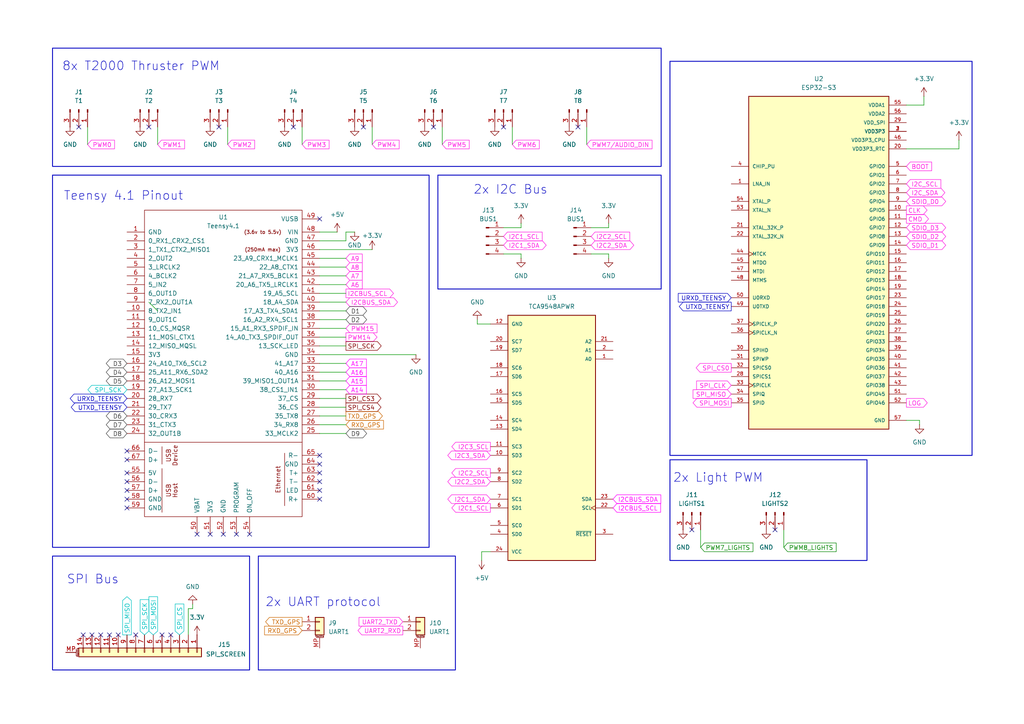
<source format=kicad_sch>
(kicad_sch (version 20231120) (generator "eeschema") (generator_version "8.0")
  (paper "A4")
  (lib_symbols
    (symbol "Connector:Conn_01x03_Pin" (pin_names (offset 1.016) hide)
      (property "Reference" "J" (at 0 5.08 0))
      (property "Value" "Conn_01x03_Pin" (at 0 -5.08 0))
      (symbol "Conn_01x03_Pin_1_1"
        (polyline (pts (xy 1.27 -2.54) (xy 0.8636 -2.54)) (stroke (width 0.1524)))
        (polyline (pts (xy 1.27 0) (xy 0.8636 0)) (stroke (width 0.1524)))
        (polyline (pts (xy 1.27 2.54) (xy 0.8636 2.54)) (stroke (width 0.1524)))
        (rectangle (start 0.8636 -2.413) (end 0 -2.667) (stroke (width 0.1524)) (fill (type outline)))
        (rectangle (start 0.8636 0.127) (end 0 -0.127) (stroke (width 0.1524)) (fill (type outline)))
        (rectangle (start 0.8636 2.667) (end 0 2.413) (stroke (width 0.1524)) (fill (type outline)))
        (pin passive line (at 5.08 2.54 180) (length 3.81) (name "Pin_1") (number "1"))
        (pin passive line (at 5.08 0 180) (length 3.81) (name "Pin_2") (number "2"))
        (pin passive line (at 5.08 -2.54 180) (length 3.81) (name "Pin_3") (number "3"))
      )
    )
    (symbol "Connector:Conn_01x04_Pin" (pin_names (offset 1.016) hide)
      (property "Reference" "J" (at 0 5.08 0))
      (property "Value" "Conn_01x04_Pin" (at 0 -7.62 0))
      (symbol "Conn_01x04_Pin_1_1"
        (polyline (pts (xy 1.27 -5.08) (xy 0.8636 -5.08)) (stroke (width 0.1524)))
        (polyline (pts (xy 1.27 -2.54) (xy 0.8636 -2.54)) (stroke (width 0.1524)))
        (polyline (pts (xy 1.27 0) (xy 0.8636 0)) (stroke (width 0.1524)))
        (polyline (pts (xy 1.27 2.54) (xy 0.8636 2.54)) (stroke (width 0.1524)))
        (rectangle (start 0.8636 -4.953) (end 0 -5.207) (stroke (width 0.1524)) (fill (type outline)))
        (rectangle (start 0.8636 -2.413) (end 0 -2.667) (stroke (width 0.1524)) (fill (type outline)))
        (rectangle (start 0.8636 0.127) (end 0 -0.127) (stroke (width 0.1524)) (fill (type outline)))
        (rectangle (start 0.8636 2.667) (end 0 2.413) (stroke (width 0.1524)) (fill (type outline)))
        (pin passive line (at 5.08 2.54 180) (length 3.81) (name "Pin_1") (number "1"))
        (pin passive line (at 5.08 0 180) (length 3.81) (name "Pin_2") (number "2"))
        (pin passive line (at 5.08 -2.54 180) (length 3.81) (name "Pin_3") (number "3"))
        (pin passive line (at 5.08 -5.08 180) (length 3.81) (name "Pin_4") (number "4"))
      )
    )
    (symbol "Connector_Generic_MountingPin:Conn_01x02_MountingPin" (pin_names (offset 1.016) hide)
      (property "Reference" "J" (at 0 2.54 0))
      (property "Value" "Conn_01x02_MountingPin" (at 1.27 -5.08 0))
      (symbol "Conn_01x02_MountingPin_1_1"
        (rectangle (start -1.27 -2.413) (end 0 -2.667) (stroke (width 0.1524)))
        (rectangle (start -1.27 0.127) (end 0 -0.127) (stroke (width 0.1524)))
        (rectangle (start -1.27 1.27) (end 1.27 -3.81) (stroke (width 0.254)) (fill (type background)))
        (polyline (pts (xy -1.016 -4.572) (xy 1.016 -4.572)) (stroke (width 0.1524)))
        (text "Mounting" (at 0 -4.191 0) (effects (font (size 0.381 0.381))))
        (pin passive line (at -5.08 0 0) (length 3.81) (name "Pin_1") (number "1"))
        (pin passive line (at -5.08 -2.54 0) (length 3.81) (name "Pin_2") (number "2"))
        (pin passive line (at 0 -7.62 90) (length 3.048) (name "MountPin") (number "MP"))
      )
    )
    (symbol "Connector_Generic_MountingPin:Conn_01x14_MountingPin" (pin_names (offset 1.016) hide)
      (property "Reference" "J" (at 0 17.78 0))
      (property "Value" "Conn_01x14_MountingPin" (at 1.27 -20.32 0))
      (symbol "Conn_01x14_MountingPin_1_1"
        (rectangle (start -1.27 -17.653) (end 0 -17.907) (stroke (width 0.1524)))
        (rectangle (start -1.27 -15.113) (end 0 -15.367) (stroke (width 0.1524)))
        (rectangle (start -1.27 -12.573) (end 0 -12.827) (stroke (width 0.1524)))
        (rectangle (start -1.27 -10.033) (end 0 -10.287) (stroke (width 0.1524)))
        (rectangle (start -1.27 -7.493) (end 0 -7.747) (stroke (width 0.1524)))
        (rectangle (start -1.27 -4.953) (end 0 -5.207) (stroke (width 0.1524)))
        (rectangle (start -1.27 -2.413) (end 0 -2.667) (stroke (width 0.1524)))
        (rectangle (start -1.27 0.127) (end 0 -0.127) (stroke (width 0.1524)))
        (rectangle (start -1.27 2.667) (end 0 2.413) (stroke (width 0.1524)))
        (rectangle (start -1.27 5.207) (end 0 4.953) (stroke (width 0.1524)))
        (rectangle (start -1.27 7.747) (end 0 7.493) (stroke (width 0.1524)))
        (rectangle (start -1.27 10.287) (end 0 10.033) (stroke (width 0.1524)))
        (rectangle (start -1.27 12.827) (end 0 12.573) (stroke (width 0.1524)))
        (rectangle (start -1.27 15.367) (end 0 15.113) (stroke (width 0.1524)))
        (rectangle (start -1.27 16.51) (end 1.27 -19.05) (stroke (width 0.254)) (fill (type background)))
        (polyline (pts (xy -1.016 -19.812) (xy 1.016 -19.812)) (stroke (width 0.1524)))
        (text "Mounting" (at 0 -19.431 0) (effects (font (size 0.381 0.381))))
        (pin passive line (at -5.08 15.24 0) (length 3.81) (name "Pin_1") (number "1"))
        (pin passive line (at -5.08 -7.62 0) (length 3.81) (name "Pin_10") (number "10"))
        (pin passive line (at -5.08 -10.16 0) (length 3.81) (name "Pin_11") (number "11"))
        (pin passive line (at -5.08 -12.7 0) (length 3.81) (name "Pin_12") (number "12"))
        (pin passive line (at -5.08 -15.24 0) (length 3.81) (name "Pin_13") (number "13"))
        (pin passive line (at -5.08 -17.78 0) (length 3.81) (name "Pin_14") (number "14"))
        (pin passive line (at -5.08 12.7 0) (length 3.81) (name "Pin_2") (number "2"))
        (pin passive line (at -5.08 10.16 0) (length 3.81) (name "Pin_3") (number "3"))
        (pin passive line (at -5.08 7.62 0) (length 3.81) (name "Pin_4") (number "4"))
        (pin passive line (at -5.08 5.08 0) (length 3.81) (name "Pin_5") (number "5"))
        (pin passive line (at -5.08 2.54 0) (length 3.81) (name "Pin_6") (number "6"))
        (pin passive line (at -5.08 0 0) (length 3.81) (name "Pin_7") (number "7"))
        (pin passive line (at -5.08 -2.54 0) (length 3.81) (name "Pin_8") (number "8"))
        (pin passive line (at -5.08 -5.08 0) (length 3.81) (name "Pin_9") (number "9"))
        (pin passive line (at 0 -22.86 90) (length 3.048) (name "MountPin") (number "MP"))
      )
    )
    (symbol "ESP32-S3:ESP32-S3" (pin_names (offset 1.016))
      (property "Reference" "U" (at -20.32 49.53 0))
      (property "Value" "ESP32-S3" (at -20.32 -49.53 0))
      (symbol "ESP32-S3_0_0"
        (rectangle (start -20.32 -48.26) (end 20.32 48.26) (stroke (width 0.254)) (fill (type background)))
        (pin bidirectional line (at -25.4 22.86 0) (length 5.08) (name "LNA_IN") (number "1"))
        (pin bidirectional line (at 25.4 15.24 180) (length 5.08) (name "GPIO5") (number "10"))
        (pin bidirectional line (at 25.4 12.7 180) (length 5.08) (name "GPIO6") (number "11"))
        (pin bidirectional line (at 25.4 10.16 180) (length 5.08) (name "GPIO7") (number "12"))
        (pin bidirectional line (at 25.4 7.62 180) (length 5.08) (name "GPIO8") (number "13"))
        (pin bidirectional line (at 25.4 5.08 180) (length 5.08) (name "GPIO9") (number "14"))
        (pin bidirectional line (at 25.4 2.54 180) (length 5.08) (name "GPIO10") (number "15"))
        (pin bidirectional line (at 25.4 0 180) (length 5.08) (name "GPIO11") (number "16"))
        (pin bidirectional line (at 25.4 -2.54 180) (length 5.08) (name "GPIO12") (number "17"))
        (pin bidirectional line (at 25.4 -5.08 180) (length 5.08) (name "GPIO13") (number "18"))
        (pin bidirectional line (at 25.4 -7.62 180) (length 5.08) (name "GPIO14") (number "19"))
        (pin power_in line (at 25.4 38.1 180) (length 5.08) (name "VDD3P3") (number "2"))
        (pin power_in line (at 25.4 33.02 180) (length 5.08) (name "VDD3P3_RTC") (number "20"))
        (pin bidirectional line (at -25.4 10.16 0) (length 5.08) (name "XTAL_32K_P") (number "21"))
        (pin bidirectional line (at -25.4 7.62 0) (length 5.08) (name "XTAL_32K_N") (number "22"))
        (pin bidirectional line (at 25.4 -10.16 180) (length 5.08) (name "GPIO17") (number "23"))
        (pin bidirectional line (at 25.4 -12.7 180) (length 5.08) (name "GPIO18") (number "24"))
        (pin bidirectional line (at 25.4 -15.24 180) (length 5.08) (name "GPIO19") (number "25"))
        (pin bidirectional line (at 25.4 -17.78 180) (length 5.08) (name "GPIO20") (number "26"))
        (pin bidirectional line (at 25.4 -20.32 180) (length 5.08) (name "GPIO21") (number "27"))
        (pin bidirectional line (at -25.4 -33.02 0) (length 5.08) (name "SPICS1") (number "28"))
        (pin power_in line (at 25.4 40.64 180) (length 5.08) (name "VDD_SPI") (number "29"))
        (pin power_in line (at 25.4 38.1 180) (length 5.08) (name "VDD3P3") (number "3"))
        (pin bidirectional line (at -25.4 -25.4 0) (length 5.08) (name "SPIHD") (number "30"))
        (pin bidirectional line (at -25.4 -27.94 0) (length 5.08) (name "SPIWP") (number "31"))
        (pin bidirectional line (at -25.4 -30.48 0) (length 5.08) (name "SPICS0") (number "32"))
        (pin bidirectional clock (at -25.4 -35.56 0) (length 5.08) (name "SPICLK") (number "33"))
        (pin bidirectional line (at -25.4 -38.1 0) (length 5.08) (name "SPIQ") (number "34"))
        (pin bidirectional line (at -25.4 -40.64 0) (length 5.08) (name "SPID") (number "35"))
        (pin bidirectional clock (at -25.4 -20.32 0) (length 5.08) (name "SPICLK_N") (number "36"))
        (pin bidirectional clock (at -25.4 -17.78 0) (length 5.08) (name "SPICLK_P") (number "37"))
        (pin bidirectional line (at 25.4 -22.86 180) (length 5.08) (name "GPIO33") (number "38"))
        (pin bidirectional line (at 25.4 -25.4 180) (length 5.08) (name "GPIO34") (number "39"))
        (pin input line (at -25.4 27.94 0) (length 5.08) (name "CHIP_PU") (number "4"))
        (pin bidirectional line (at 25.4 -27.94 180) (length 5.08) (name "GPIO35") (number "40"))
        (pin bidirectional line (at 25.4 -30.48 180) (length 5.08) (name "GPIO36") (number "41"))
        (pin bidirectional line (at 25.4 -33.02 180) (length 5.08) (name "GPIO37") (number "42"))
        (pin bidirectional line (at 25.4 -35.56 180) (length 5.08) (name "GPIO38") (number "43"))
        (pin bidirectional clock (at -25.4 2.54 0) (length 5.08) (name "MTCK") (number "44"))
        (pin bidirectional line (at -25.4 0 0) (length 5.08) (name "MTDO") (number "45"))
        (pin power_in line (at 25.4 35.56 180) (length 5.08) (name "VDD3P3_CPU") (number "46"))
        (pin bidirectional line (at -25.4 -2.54 0) (length 5.08) (name "MTDI") (number "47"))
        (pin bidirectional line (at -25.4 -5.08 0) (length 5.08) (name "MTMS") (number "48"))
        (pin bidirectional line (at -25.4 -12.7 0) (length 5.08) (name "U0TXD") (number "49"))
        (pin bidirectional line (at 25.4 27.94 180) (length 5.08) (name "GPIO0") (number "5"))
        (pin bidirectional line (at -25.4 -10.16 0) (length 5.08) (name "U0RXD") (number "50"))
        (pin bidirectional line (at 25.4 -38.1 180) (length 5.08) (name "GPIO45") (number "51"))
        (pin bidirectional line (at 25.4 -40.64 180) (length 5.08) (name "GPIO46") (number "52"))
        (pin output line (at -25.4 15.24 0) (length 5.08) (name "XTAL_N") (number "53"))
        (pin input line (at -25.4 17.78 0) (length 5.08) (name "XTAL_P") (number "54"))
        (pin power_in line (at 25.4 45.72 180) (length 5.08) (name "VDDA1") (number "55"))
        (pin power_in line (at 25.4 43.18 180) (length 5.08) (name "VDDA2") (number "56"))
        (pin power_in line (at 25.4 -45.72 180) (length 5.08) (name "GND") (number "57"))
        (pin bidirectional line (at 25.4 25.4 180) (length 5.08) (name "GPIO1") (number "6"))
        (pin bidirectional line (at 25.4 22.86 180) (length 5.08) (name "GPIO2") (number "7"))
        (pin bidirectional line (at 25.4 20.32 180) (length 5.08) (name "GPIO3") (number "8"))
        (pin bidirectional line (at 25.4 17.78 180) (length 5.08) (name "GPIO4") (number "9"))
      )
    )
    (symbol "TCA9548APWR:TCA9548APWR" (pin_names (offset 1.016))
      (property "Reference" "U" (at -12.7 36.56 0))
      (property "Value" "TCA9548APWR" (at -12.7 -38.29 0))
      (symbol "TCA9548APWR_0_0"
        (rectangle (start -12.7 -35.56) (end 12.7 35.56) (stroke (width 0.254)) (fill (type background)))
        (pin input line (at -17.78 -22.86 0) (length 5.08) (name "A0") (number "1"))
        (pin bidirectional line (at 17.78 5.08 180) (length 5.08) (name "SD3") (number "10"))
        (pin bidirectional line (at 17.78 2.54 180) (length 5.08) (name "SC3") (number "11"))
        (pin power_in line (at 17.78 -33.02 180) (length 5.08) (name "GND") (number "12"))
        (pin bidirectional line (at 17.78 -2.54 180) (length 5.08) (name "SD4") (number "13"))
        (pin bidirectional line (at 17.78 -5.08 180) (length 5.08) (name "SC4") (number "14"))
        (pin bidirectional line (at 17.78 -10.16 180) (length 5.08) (name "SD5") (number "15"))
        (pin bidirectional line (at 17.78 -12.7 180) (length 5.08) (name "SC5") (number "16"))
        (pin bidirectional line (at 17.78 -17.78 180) (length 5.08) (name "SD6") (number "17"))
        (pin bidirectional line (at 17.78 -20.32 180) (length 5.08) (name "SC6") (number "18"))
        (pin bidirectional line (at 17.78 -25.4 180) (length 5.08) (name "SD7") (number "19"))
        (pin input line (at -17.78 -25.4 0) (length 5.08) (name "A1") (number "2"))
        (pin bidirectional line (at 17.78 -27.94 180) (length 5.08) (name "SC7") (number "20"))
        (pin input line (at -17.78 -27.94 0) (length 5.08) (name "A2") (number "21"))
        (pin input clock (at -17.78 20.32 0) (length 5.08) (name "SCL") (number "22"))
        (pin bidirectional line (at -17.78 17.78 0) (length 5.08) (name "SDA") (number "23"))
        (pin power_in line (at 17.78 33.02 180) (length 5.08) (name "VCC") (number "24"))
        (pin input line (at -17.78 27.94 0) (length 5.08) (name "~{RESET}") (number "3"))
        (pin bidirectional line (at 17.78 27.94 180) (length 5.08) (name "SD0") (number "4"))
        (pin bidirectional line (at 17.78 25.4 180) (length 5.08) (name "SC0") (number "5"))
        (pin bidirectional line (at 17.78 20.32 180) (length 5.08) (name "SD1") (number "6"))
        (pin bidirectional line (at 17.78 17.78 180) (length 5.08) (name "SC1") (number "7"))
        (pin bidirectional line (at 17.78 12.7 180) (length 5.08) (name "SD2") (number "8"))
        (pin bidirectional line (at 17.78 10.16 180) (length 5.08) (name "SC2") (number "9"))
      )
    )
    (symbol "power:+3.3V" (power) (pin_numbers hide) (pin_names (offset 0) hide)
      (property "Value" "+3.3V" (at 0 3.556 0))
      (symbol "+3.3V_0_1"
        (polyline (pts (xy -0.762 1.27) (xy 0 2.54)))
        (polyline (pts (xy 0 0) (xy 0 2.54)))
        (polyline (pts (xy 0 2.54) (xy 0.762 1.27)))
      )
      (symbol "+3.3V_1_1"
        (pin power_in line (at 0 0 90) (length 0) (name "~") (number "1"))
      )
    )
    (symbol "power:+5V" (power) (pin_numbers hide) (pin_names (offset 0) hide)
      (property "Value" "+5V" (at 0 3.556 0))
      (symbol "+5V_0_1"
        (polyline (pts (xy -0.762 1.27) (xy 0 2.54)))
        (polyline (pts (xy 0 0) (xy 0 2.54)))
        (polyline (pts (xy 0 2.54) (xy 0.762 1.27)))
      )
      (symbol "+5V_1_1"
        (pin power_in line (at 0 0 90) (length 0) (name "~") (number "1"))
      )
    )
    (symbol "power:GND" (power) (pin_numbers hide) (pin_names (offset 0) hide)
      (property "Value" "GND" (at 0 -3.81 0))
      (symbol "GND_0_1"
        (polyline (pts (xy 0 0) (xy 0 -1.27) (xy 1.27 -1.27) (xy 0 -2.54) (xy -1.27 -1.27) (xy 0 -1.27)))
      )
      (symbol "GND_1_1"
        (pin power_in line (at 0 0 270) (length 0) (name "~") (number "1"))
      )
    )
    (symbol "power:VDD" (power) (pin_numbers hide) (pin_names (offset 0) hide)
      (property "Value" "VDD" (at 0 3.556 0))
      (symbol "VDD_0_1"
        (polyline (pts (xy -0.762 1.27) (xy 0 2.54)))
        (polyline (pts (xy 0 0) (xy 0 2.54)))
        (polyline (pts (xy 0 2.54) (xy 0.762 1.27)))
      )
      (symbol "VDD_1_1"
        (pin power_in line (at 0 0 90) (length 0) (name "~") (number "1"))
      )
    )
    (symbol "teensy:Teensy4.1" (pin_names (offset 1.016))
      (property "Reference" "U" (at 0 64.77 0))
      (property "Value" "Teensy4.1" (at 0 62.23 0))
      (symbol "Teensy4.1_0_0"
        (polyline (pts (xy -22.86 -6.35) (xy 22.86 -6.35)))
        (polyline (pts (xy -17.78 -26.67) (xy -17.78 -13.97)))
        (polyline (pts (xy -17.78 -7.62) (xy -17.78 -12.7)))
        (polyline (pts (xy 17.78 -9.525) (xy 17.78 -24.765)))
        (text "(250mA max)" (at 11.43 49.53 0) (effects (font (size 1.016 1.016))))
        (text "(3.6v to 5.5v)" (at 11.43 54.61 0) (effects (font (size 1.016 1.016))))
        (text "Device" (at -13.97 -10.16 900) (effects (font (size 1.27 1.27))))
        (text "Ethernet" (at 15.875 -17.145 900) (effects (font (size 1.27 1.27))))
        (text "Host" (at -13.97 -20.32 900) (effects (font (size 1.27 1.27))))
        (text "USB" (at -15.875 -20.32 900) (effects (font (size 1.27 1.27))))
        (text "USB" (at -15.875 -10.16 900) (effects (font (size 1.27 1.27))))
        (pin bidirectional line (at -27.94 31.75 0) (length 5.08) (name "8_TX2_IN1") (number "10"))
        (pin bidirectional line (at -27.94 29.21 0) (length 5.08) (name "9_OUT1C") (number "11"))
        (pin bidirectional line (at -27.94 26.67 0) (length 5.08) (name "10_CS_MQSR") (number "12"))
        (pin bidirectional line (at -27.94 24.13 0) (length 5.08) (name "11_MOSI_CTX1") (number "13"))
        (pin bidirectional line (at -27.94 21.59 0) (length 5.08) (name "12_MISO_MQSL") (number "14"))
        (pin power_in line (at -27.94 19.05 0) (length 5.08) (name "3V3") (number "15"))
        (pin bidirectional line (at -27.94 16.51 0) (length 5.08) (name "24_A10_TX6_SCL2") (number "16"))
        (pin bidirectional line (at -27.94 13.97 0) (length 5.08) (name "25_A11_RX6_SDA2") (number "17"))
        (pin bidirectional line (at -27.94 11.43 0) (length 5.08) (name "26_A12_MOSI1") (number "18"))
        (pin bidirectional line (at -27.94 8.89 0) (length 5.08) (name "27_A13_SCK1") (number "19"))
        (pin bidirectional line (at -27.94 6.35 0) (length 5.08) (name "28_RX7") (number "20"))
        (pin bidirectional line (at -27.94 3.81 0) (length 5.08) (name "29_TX7") (number "21"))
        (pin bidirectional line (at -27.94 1.27 0) (length 5.08) (name "30_CRX3") (number "22"))
        (pin bidirectional line (at -27.94 -1.27 0) (length 5.08) (name "31_CTX3") (number "23"))
        (pin bidirectional line (at -27.94 -3.81 0) (length 5.08) (name "32_OUT1B") (number "24"))
        (pin bidirectional line (at 27.94 -3.81 180) (length 5.08) (name "33_MCLK2") (number "25"))
        (pin bidirectional line (at 27.94 -1.27 180) (length 5.08) (name "34_RX8") (number "26"))
        (pin bidirectional line (at 27.94 1.27 180) (length 5.08) (name "35_TX8") (number "27"))
        (pin bidirectional line (at 27.94 3.81 180) (length 5.08) (name "36_CS") (number "28"))
        (pin bidirectional line (at 27.94 6.35 180) (length 5.08) (name "37_CS") (number "29"))
        (pin bidirectional line (at 27.94 8.89 180) (length 5.08) (name "38_CS1_IN1") (number "30"))
        (pin bidirectional line (at 27.94 11.43 180) (length 5.08) (name "39_MISO1_OUT1A") (number "31"))
        (pin bidirectional line (at 27.94 13.97 180) (length 5.08) (name "40_A16") (number "32"))
        (pin bidirectional line (at 27.94 16.51 180) (length 5.08) (name "41_A17") (number "33"))
        (pin bidirectional line (at 27.94 21.59 180) (length 5.08) (name "13_SCK_LED") (number "35"))
        (pin bidirectional line (at 27.94 24.13 180) (length 5.08) (name "14_A0_TX3_SPDIF_OUT") (number "36"))
        (pin bidirectional line (at 27.94 26.67 180) (length 5.08) (name "15_A1_RX3_SPDIF_IN") (number "37"))
        (pin bidirectional line (at 27.94 29.21 180) (length 5.08) (name "16_A2_RX4_SCL1") (number "38"))
        (pin bidirectional line (at 27.94 31.75 180) (length 5.08) (name "17_A3_TX4_SDA1") (number "39"))
        (pin bidirectional line (at 27.94 34.29 180) (length 5.08) (name "18_A4_SDA") (number "40"))
        (pin bidirectional line (at 27.94 36.83 180) (length 5.08) (name "19_A5_SCL") (number "41"))
        (pin bidirectional line (at 27.94 39.37 180) (length 5.08) (name "20_A6_TX5_LRCLK1") (number "42"))
        (pin bidirectional line (at 27.94 41.91 180) (length 5.08) (name "21_A7_RX5_BCLK1") (number "43"))
        (pin bidirectional line (at 27.94 44.45 180) (length 5.08) (name "22_A8_CTX1") (number "44"))
        (pin bidirectional line (at 27.94 46.99 180) (length 5.08) (name "23_A9_CRX1_MCLK1") (number "45"))
        (pin output line (at 27.94 49.53 180) (length 5.08) (name "3V3") (number "46"))
        (pin output line (at 27.94 52.07 180) (length 5.08) (name "GND") (number "47"))
        (pin power_in line (at 27.94 54.61 180) (length 5.08) (name "VIN") (number "48"))
        (pin power_out line (at 27.94 58.42 180) (length 5.08) (name "VUSB") (number "49"))
        (pin bidirectional line (at -27.94 44.45 0) (length 5.08) (name "3_LRCLK2") (number "5"))
        (pin power_in line (at -7.62 -33.02 90) (length 5.08) (name "VBAT") (number "50"))
        (pin power_in line (at -3.81 -33.02 90) (length 5.08) (name "3V3") (number "51"))
        (pin input line (at 0 -33.02 90) (length 5.08) (name "GND") (number "52"))
        (pin input line (at 3.81 -33.02 90) (length 5.08) (name "PROGRAM") (number "53"))
        (pin input line (at 7.62 -33.02 90) (length 5.08) (name "ON_OFF") (number "54"))
        (pin power_out line (at -27.94 -15.24 0) (length 5.08) (name "5V") (number "55"))
        (pin bidirectional line (at -27.94 -17.78 0) (length 5.08) (name "D-") (number "56"))
        (pin bidirectional line (at -27.94 -20.32 0) (length 5.08) (name "D+") (number "57"))
        (pin power_in line (at -27.94 -22.86 0) (length 5.08) (name "GND") (number "58"))
        (pin power_in line (at -27.94 -25.4 0) (length 5.08) (name "GND") (number "59"))
        (pin bidirectional line (at -27.94 41.91 0) (length 5.08) (name "4_BCLK2") (number "6"))
        (pin bidirectional line (at 27.94 -22.86 180) (length 5.08) (name "R+") (number "60"))
        (pin bidirectional line (at 27.94 -20.32 180) (length 5.08) (name "LED") (number "61"))
        (pin bidirectional line (at 27.94 -17.78 180) (length 5.08) (name "T-") (number "62"))
        (pin bidirectional line (at 27.94 -15.24 180) (length 5.08) (name "T+") (number "63"))
        (pin power_in line (at 27.94 -12.7 180) (length 5.08) (name "GND") (number "64"))
        (pin bidirectional line (at 27.94 -10.16 180) (length 5.08) (name "R-") (number "65"))
        (pin bidirectional line (at -27.94 -8.89 0) (length 5.08) (name "D-") (number "66"))
        (pin bidirectional line (at -27.94 -11.43 0) (length 5.08) (name "D+") (number "67"))
        (pin bidirectional line (at -27.94 39.37 0) (length 5.08) (name "5_IN2") (number "7"))
        (pin bidirectional line (at -27.94 36.83 0) (length 5.08) (name "6_OUT1D") (number "8"))
        (pin bidirectional line (at -27.94 34.29 0) (length 5.08) (name "7_RX2_OUT1A") (number "9"))
      )
      (symbol "Teensy4.1_0_1"
        (rectangle (start -22.86 60.96) (end 22.86 -27.94))
        (rectangle (start -20.32 -1.27) (end -20.32 -1.27))
      )
      (symbol "Teensy4.1_1_1"
        (pin power_in line (at -27.94 54.61 0) (length 5.08) (name "GND") (number "1"))
        (pin bidirectional line (at -27.94 52.07 0) (length 5.08) (name "0_RX1_CRX2_CS1") (number "2"))
        (pin bidirectional line (at -27.94 49.53 0) (length 5.08) (name "1_TX1_CTX2_MISO1") (number "3"))
        (pin power_in line (at 27.94 19.05 180) (length 5.08) (name "GND") (number "34"))
        (pin bidirectional line (at -27.94 46.99 0) (length 5.08) (name "2_OUT2") (number "4"))
      )
    )
  )
  (no_connect (at 224.79 153.67))
  (no_connect (at 64.77 154.94))
  (no_connect (at 36.83 139.7))
  (no_connect (at 72.39 154.94))
  (no_connect (at 125.73 36.83))
  (no_connect (at 63.5 36.83))
  (no_connect (at 200.66 153.67))
  (no_connect (at 39.37 184.15))
  (no_connect (at 92.71 137.16))
  (no_connect (at 60.96 154.94))
  (no_connect (at 36.83 133.35))
  (no_connect (at 31.75 184.15))
  (no_connect (at 92.71 144.78))
  (no_connect (at 49.53 184.15))
  (no_connect (at 24.13 184.15))
  (no_connect (at 43.18 36.83))
  (no_connect (at 29.21 184.15))
  (no_connect (at 92.71 132.08))
  (no_connect (at 36.83 144.78))
  (no_connect (at 36.83 137.16))
  (no_connect (at 34.29 184.15))
  (no_connect (at 92.71 63.5))
  (no_connect (at 92.71 139.7))
  (no_connect (at 92.71 134.62))
  (no_connect (at 46.99 184.15))
  (no_connect (at 22.86 36.83))
  (no_connect (at 57.15 154.94))
  (no_connect (at 36.83 147.32))
  (no_connect (at 36.83 142.24))
  (no_connect (at 167.64 36.83))
  (no_connect (at 68.58 154.94))
  (no_connect (at 105.41 36.83))
  (no_connect (at 85.09 36.83))
  (no_connect (at 36.83 130.81))
  (no_connect (at 92.71 142.24))
  (no_connect (at 146.05 36.83))
  (no_connect (at 26.67 184.15))
  (bus_entry (at 43.18 87.63) (size 2.54 2.54))
  (wire (pts (xy 142.24 93.98) (xy 138.43 93.98)))
  (wire (pts (xy 92.71 100.33) (xy 100.33 100.33)))
  (wire (pts (xy 92.71 107.95) (xy 100.33 107.95)))
  (wire (pts (xy 267.97 30.48) (xy 267.97 27.94)))
  (wire (pts (xy 139.7 160.02) (xy 139.7 162.56)))
  (wire (pts (xy 92.71 118.11) (xy 100.33 118.11)))
  (wire (pts (xy 146.05 73.66) (xy 151.13 73.66)))
  (wire (pts (xy 203.2 158.75) (xy 203.2 153.67)))
  (wire (pts (xy 55.88 176.53) (xy 54.61 176.53)))
  (wire (pts (xy 66.04 41.91) (xy 66.04 36.83)))
  (wire (pts (xy 54.61 176.53) (xy 54.61 184.15)))
  (wire (pts (xy 92.71 90.17) (xy 100.33 90.17)))
  (wire (pts (xy 151.13 73.66) (xy 151.13 74.93)))
  (wire (pts (xy 92.71 120.65) (xy 100.33 120.65)))
  (wire (pts (xy 100.33 85.09) (xy 92.71 85.09)))
  (wire (pts (xy 92.71 67.31) (xy 97.79 67.31)))
  (wire (pts (xy 107.95 41.91) (xy 107.95 36.83)))
  (wire (pts (xy 278.13 43.18) (xy 278.13 40.64)))
  (wire (pts (xy 170.18 41.91) (xy 170.18 36.83)))
  (wire (pts (xy 171.45 66.04) (xy 176.53 66.04)))
  (wire (pts (xy 100.33 67.31) (xy 102.87 67.31)))
  (wire (pts (xy 92.71 72.39) (xy 107.95 72.39)))
  (wire (pts (xy 138.43 93.98) (xy 138.43 92.71)))
  (wire (pts (xy 92.71 77.47) (xy 100.33 77.47)))
  (wire (pts (xy 92.71 80.01) (xy 100.33 80.01)))
  (wire (pts (xy 171.45 73.66) (xy 176.53 73.66)))
  (wire (pts (xy 92.71 110.49) (xy 100.33 110.49)))
  (wire (pts (xy 92.71 95.25) (xy 100.33 95.25)))
  (wire (pts (xy 142.24 160.02) (xy 139.7 160.02)))
  (wire (pts (xy 92.71 97.79) (xy 100.33 97.79)))
  (wire (pts (xy 146.05 66.04) (xy 151.13 66.04)))
  (wire (pts (xy 92.71 82.55) (xy 100.33 82.55)))
  (wire (pts (xy 148.59 41.91) (xy 148.59 36.83)))
  (wire (pts (xy 100.33 87.63) (xy 92.71 87.63)))
  (wire (pts (xy 262.89 43.18) (xy 278.13 43.18)))
  (wire (pts (xy 92.71 102.87) (xy 120.65 102.87)))
  (wire (pts (xy 151.13 66.04) (xy 151.13 64.77)))
  (wire (pts (xy 92.71 105.41) (xy 100.33 105.41)))
  (wire (pts (xy 92.71 74.93) (xy 100.33 74.93)))
  (wire (pts (xy 55.88 175.26) (xy 55.88 176.53)))
  (wire (pts (xy 266.7 121.92) (xy 266.7 123.19)))
  (wire (pts (xy 262.89 121.92) (xy 266.7 121.92)))
  (wire (pts (xy 176.53 66.04) (xy 176.53 64.77)))
  (wire (pts (xy 45.72 41.91) (xy 45.72 36.83)))
  (wire (pts (xy 87.63 41.91) (xy 87.63 36.83)))
  (wire (pts (xy 176.53 73.66) (xy 176.53 74.93)))
  (wire (pts (xy 262.89 30.48) (xy 267.97 30.48)))
  (wire (pts (xy 92.71 125.73) (xy 100.33 125.73)))
  (wire (pts (xy 128.27 41.91) (xy 128.27 36.83)))
  (wire (pts (xy 25.4 41.91) (xy 25.4 36.83)))
  (wire (pts (xy 92.71 123.19) (xy 100.33 123.19)))
  (wire (pts (xy 100.33 67.31) (xy 100.33 69.85)))
  (wire (pts (xy 100.33 113.03) (xy 92.71 113.03)))
  (wire (pts (xy 92.71 92.71) (xy 100.33 92.71)))
  (wire (pts (xy 100.33 69.85) (xy 92.71 69.85)))
  (wire (pts (xy 100.33 115.57) (xy 92.71 115.57)))
  (wire (pts (xy 227.33 153.67) (xy 227.33 158.75)))
  (rectangle (start 15.24 50.8) (end 124.46 158.75) (stroke (width 0.254)))
  (rectangle (start 74.93 161.29) (end 132.08 194.31) (stroke (width 0.254)))
  (rectangle (start 194.31 17.78) (end 281.94 132.08) (stroke (width 0.254)))
  (rectangle (start 194.31 133.35) (end 251.46 162.56) (stroke (width 0.254)))
  (rectangle (start 15.24 161.29) (end 72.39 194.31) (stroke (width 0.254)))
  (rectangle (start 15.24 13.97) (end 191.77 48.26) (stroke (width 0.254)))
  (rectangle (start 127 50.8) (end 191.77 83.82) (stroke (width 0.254)))
  (text "2x UART protocol" (at 93.726 174.752 0) (effects (font (size 2.54 2.54))))
  (text "Teensy 4.1 Pinout\n" (at 35.814 56.896 0) (effects (font (size 2.54 2.54))))
  (text "8x T2000 Thruster PWM" (at 40.894 19.304 0) (effects (font (size 2.54 2.54))))
  (text "2x Light PWM" (at 208.28 138.684 0) (effects (font (size 2.54 2.54))))
  (text "2x I2C Bus" (at 148.082 55.118 0) (effects (font (size 2.54 2.54))))
  (text "SPI Bus" (at 26.924 168.148 0) (effects (font (size 2.54 2.54))))
  (global_label "D9" (shape bidirectional) (at 100.33 125.73 0) (property "Intersheetrefs" "${INTERSHEET_REFS}" (effects (hide yes))))
  (global_label "UART2_RXD" (shape output) (at 116.84 182.88 180) (property "Intersheetrefs" "${INTERSHEET_REFS}" (effects (hide yes))))
  (global_label "PWM2" (shape input) (at 66.04 41.91 0) (property "Intersheetrefs" "${INTERSHEET_REFS}" (effects (hide yes))))
  (global_label "D1" (shape bidirectional) (at 100.33 90.17 0) (property "Intersheetrefs" "${INTERSHEET_REFS}" (effects (hide yes))))
  (global_label "I2CBUS_SCL" (shape output) (at 100.33 85.09 0) (property "Intersheetrefs" "${INTERSHEET_REFS}" (effects (hide yes))))
  (global_label "A15" (shape input) (at 100.33 110.49 0) (property "Intersheetrefs" "${INTERSHEET_REFS}" (effects (hide yes))))
  (global_label "I2CBUS_SDA" (shape bidirectional) (at 100.33 87.63 0) (property "Intersheetrefs" "${INTERSHEET_REFS}" (effects (hide yes))))
  (global_label "D8" (shape bidirectional) (at 36.83 125.73 180) (property "Intersheetrefs" "${INTERSHEET_REFS}" (effects (hide yes))))
  (global_label "SDIO_D3" (shape bidirectional) (at 262.89 66.04 0) (property "Intersheetrefs" "${INTERSHEET_REFS}" (effects (hide yes))))
  (global_label "PWM4" (shape input) (at 107.95 41.91 0) (property "Intersheetrefs" "${INTERSHEET_REFS}" (effects (hide yes))))
  (global_label "URXD_TEENSY" (shape input) (at 212.09 86.36 180) (property "Intersheetrefs" "${INTERSHEET_REFS}" (effects (hide yes))))
  (global_label "CLK" (shape output) (at 262.89 60.96 0) (property "Intersheetrefs" "${INTERSHEET_REFS}" (effects (hide yes))))
  (global_label "BOOT" (shape input) (at 262.89 48.26 0) (property "Intersheetrefs" "${INTERSHEET_REFS}" (effects (hide yes))))
  (global_label "CMD" (shape output) (at 262.89 63.5 0) (property "Intersheetrefs" "${INTERSHEET_REFS}" (effects (hide yes))))
  (global_label "D5" (shape bidirectional) (at 36.83 110.49 180) (property "Intersheetrefs" "${INTERSHEET_REFS}" (effects (hide yes))))
  (global_label "SDIO_D0" (shape bidirectional) (at 262.89 58.42 0) (property "Intersheetrefs" "${INTERSHEET_REFS}" (effects (hide yes))))
  (global_label "SDIO_D2" (shape bidirectional) (at 262.89 68.58 0) (property "Intersheetrefs" "${INTERSHEET_REFS}" (effects (hide yes))))
  (global_label "RXD_GPS" (shape input) (at 100.33 123.19 0) (property "Intersheetrefs" "${INTERSHEET_REFS}" (effects (hide yes))))
  (global_label "PWM14" (shape output) (at 100.33 97.79 0) (property "Intersheetrefs" "${INTERSHEET_REFS}" (effects (hide yes))))
  (global_label "URXD_TEENSY" (shape bidirectional) (at 36.83 115.57 180) (property "Intersheetrefs" "${INTERSHEET_REFS}" (effects (hide yes))))
  (global_label "I2C3_SCL" (shape output) (at 142.24 129.54 180) (property "Intersheetrefs" "${INTERSHEET_REFS}" (effects (hide yes))))
  (global_label "SPI_CS0" (shape output) (at 212.09 106.68 180) (property "Intersheetrefs" "${INTERSHEET_REFS}" (effects (hide yes))))
  (global_label "A14" (shape input) (at 100.33 113.03 0) (property "Intersheetrefs" "${INTERSHEET_REFS}" (effects (hide yes))))
  (global_label "I2CBUS_SCL" (shape input) (at 177.8 147.32 0) (property "Intersheetrefs" "${INTERSHEET_REFS}" (effects (hide yes))))
  (global_label "SPI_MISO" (shape input) (at 212.09 114.3 180) (property "Intersheetrefs" "${INTERSHEET_REFS}" (effects (hide yes))))
  (global_label "SPI_CS4" (shape output) (at 100.33 118.11 0) (property "Intersheetrefs" "${INTERSHEET_REFS}" (effects (hide yes))))
  (global_label "A16" (shape input) (at 100.33 107.95 0) (property "Intersheetrefs" "${INTERSHEET_REFS}" (effects (hide yes))))
  (global_label "PWM8_LIGHTS" (shape input) (at 227.33 158.75 0) (property "Intersheetrefs" "${INTERSHEET_REFS}" (effects (hide yes))))
  (global_label "PWM0" (shape input) (at 25.4 41.91 0) (property "Intersheetrefs" "${INTERSHEET_REFS}" (effects (hide yes))))
  (global_label "SPI_MISO" (shape output) (at 36.83 184.15 90) (property "Intersheetrefs" "${INTERSHEET_REFS}" (effects (hide yes))))
  (global_label "SPI_SCK" (shape bidirectional) (at 36.83 113.03 180) (property "Intersheetrefs" "${INTERSHEET_REFS}" (effects (hide yes))))
  (global_label "TXD_GPS" (shape output) (at 100.33 120.65 0) (property "Intersheetrefs" "${INTERSHEET_REFS}" (effects (hide yes))))
  (global_label "I2C2_SCL" (shape input) (at 171.45 68.58 0) (property "Intersheetrefs" "${INTERSHEET_REFS}" (effects (hide yes))))
  (global_label "D6" (shape bidirectional) (at 36.83 120.65 180) (property "Intersheetrefs" "${INTERSHEET_REFS}" (effects (hide yes))))
  (global_label "I2C_SCL" (shape input) (at 262.89 53.34 0) (property "Intersheetrefs" "${INTERSHEET_REFS}" (effects (hide yes))))
  (global_label "RXD_GPS" (shape input) (at 87.63 182.88 180) (property "Intersheetrefs" "${INTERSHEET_REFS}" (effects (hide yes))))
  (global_label "I2CBUS_SDA" (shape input) (at 177.8 144.78 0) (property "Intersheetrefs" "${INTERSHEET_REFS}" (effects (hide yes))))
  (global_label "A7" (shape input) (at 100.33 80.01 0) (property "Intersheetrefs" "${INTERSHEET_REFS}" (effects (hide yes))))
  (global_label "SPI_SCK" (shape input) (at 41.91 184.15 90) (property "Intersheetrefs" "${INTERSHEET_REFS}" (effects (hide yes))))
  (global_label "I2C1_SCL" (shape input) (at 146.05 68.58 0) (property "Intersheetrefs" "${INTERSHEET_REFS}" (effects (hide yes))))
  (global_label "I2C_SDA" (shape bidirectional) (at 262.89 55.88 0) (property "Intersheetrefs" "${INTERSHEET_REFS}" (effects (hide yes))))
  (global_label "I2C1_SDA" (shape bidirectional) (at 146.05 71.12 0) (property "Intersheetrefs" "${INTERSHEET_REFS}" (effects (hide yes))))
  (global_label "SPI_CLK" (shape input) (at 212.09 111.76 180) (property "Intersheetrefs" "${INTERSHEET_REFS}" (effects (hide yes))))
  (global_label "A8" (shape input) (at 100.33 77.47 0) (property "Intersheetrefs" "${INTERSHEET_REFS}" (effects (hide yes))))
  (global_label "LOG" (shape output) (at 262.89 116.84 0) (property "Intersheetrefs" "${INTERSHEET_REFS}" (effects (hide yes))))
  (global_label "SPI_SCK" (shape output) (at 100.33 100.33 0) (property "Intersheetrefs" "${INTERSHEET_REFS}" (effects (hide yes))))
  (global_label "SPI_CS3" (shape output) (at 100.33 115.57 0) (property "Intersheetrefs" "${INTERSHEET_REFS}" (effects (hide yes))))
  (global_label "A9" (shape input) (at 100.33 74.93 0) (property "Intersheetrefs" "${INTERSHEET_REFS}" (effects (hide yes))))
  (global_label "I2C3_SDA" (shape bidirectional) (at 142.24 132.08 180) (property "Intersheetrefs" "${INTERSHEET_REFS}" (effects (hide yes))))
  (global_label "UTXD_TEENSY" (shape output) (at 212.09 88.9 180) (property "Intersheetrefs" "${INTERSHEET_REFS}" (effects (hide yes))))
  (global_label "D2" (shape bidirectional) (at 100.33 92.71 0) (property "Intersheetrefs" "${INTERSHEET_REFS}" (effects (hide yes))))
  (global_label "I2C2_SDA" (shape bidirectional) (at 142.24 139.7 180) (property "Intersheetrefs" "${INTERSHEET_REFS}" (effects (hide yes))))
  (global_label "I2C2_SDA" (shape bidirectional) (at 171.45 71.12 0) (property "Intersheetrefs" "${INTERSHEET_REFS}" (effects (hide yes))))
  (global_label "D4" (shape bidirectional) (at 36.83 107.95 180) (property "Intersheetrefs" "${INTERSHEET_REFS}" (effects (hide yes))))
  (global_label "TXD_GPS" (shape output) (at 87.63 180.34 180) (property "Intersheetrefs" "${INTERSHEET_REFS}" (effects (hide yes))))
  (global_label "SDIO_D1" (shape bidirectional) (at 262.89 71.12 0) (property "Intersheetrefs" "${INTERSHEET_REFS}" (effects (hide yes))))
  (global_label "PWM6" (shape input) (at 148.59 41.91 0) (property "Intersheetrefs" "${INTERSHEET_REFS}" (effects (hide yes))))
  (global_label "UART2_TXD" (shape input) (at 116.84 180.34 180) (property "Intersheetrefs" "${INTERSHEET_REFS}" (effects (hide yes))))
  (global_label "D3" (shape bidirectional) (at 36.83 105.41 180) (property "Intersheetrefs" "${INTERSHEET_REFS}" (effects (hide yes))))
  (global_label "SPI_MOSI" (shape input) (at 44.45 184.15 90) (property "Intersheetrefs" "${INTERSHEET_REFS}" (effects (hide yes))))
  (global_label "SPI_CS" (shape input) (at 52.07 184.15 90) (property "Intersheetrefs" "${INTERSHEET_REFS}" (effects (hide yes))))
  (global_label "SPI_MOSI" (shape output) (at 212.09 116.84 180) (property "Intersheetrefs" "${INTERSHEET_REFS}" (effects (hide yes))))
  (global_label "UTXD_TEENSY" (shape bidirectional) (at 36.83 118.11 180) (property "Intersheetrefs" "${INTERSHEET_REFS}" (effects (hide yes))))
  (global_label "A17" (shape input) (at 100.33 105.41 0) (property "Intersheetrefs" "${INTERSHEET_REFS}" (effects (hide yes))))
  (global_label "I2C2_SCL" (shape output) (at 142.24 137.16 180) (property "Intersheetrefs" "${INTERSHEET_REFS}" (effects (hide yes))))
  (global_label "PWM15" (shape input) (at 100.33 95.25 0) (property "Intersheetrefs" "${INTERSHEET_REFS}" (effects (hide yes))))
  (global_label "D7" (shape bidirectional) (at 36.83 123.19 180) (property "Intersheetrefs" "${INTERSHEET_REFS}" (effects (hide yes))))
  (global_label "PWM5" (shape input) (at 128.27 41.91 0) (property "Intersheetrefs" "${INTERSHEET_REFS}" (effects (hide yes))))
  (global_label "PWM3" (shape input) (at 87.63 41.91 0) (property "Intersheetrefs" "${INTERSHEET_REFS}" (effects (hide yes))))
  (global_label "A6" (shape input) (at 100.33 82.55 0) (property "Intersheetrefs" "${INTERSHEET_REFS}" (effects (hide yes))))
  (global_label "PWM7{slash}AUDIO_DIN" (shape input) (at 170.18 41.91 0) (property "Intersheetrefs" "${INTERSHEET_REFS}" (effects (hide yes))))
  (global_label "I2C1_SDA" (shape bidirectional) (at 142.24 144.78 180) (property "Intersheetrefs" "${INTERSHEET_REFS}" (effects (hide yes))))
  (global_label "PWM7_LIGHTS" (shape input) (at 203.2 158.75 0) (property "Intersheetrefs" "${INTERSHEET_REFS}" (effects (hide yes))))
  (global_label "I2C1_SCL" (shape output) (at 142.24 147.32 180) (property "Intersheetrefs" "${INTERSHEET_REFS}" (effects (hide yes))))
  (global_label "PWM1" (shape input) (at 45.72 41.91 0) (property "Intersheetrefs" "${INTERSHEET_REFS}" (effects (hide yes))))
  (symbol (lib_id "Connector_Generic_MountingPin:Conn_01x02_MountingPin") (at 121.92 180.34 0) (unit 1)
    (property "Reference" "J10" (at 124.46 180.6955 0) (effects (justify left)))
    (property "Value" "UART1" (at 124.46 183.2355 0) (effects (justify left)))
    (property "Footprint" "Connector_PinSocket_2.54mm:PinSocket_1x02_P2.54mm_Vertical" (effects (hide yes)))
    (property "Datasheet" "https://www.digikey.com/en/products/detail/w%C3%BCrth-elektronik/61300211121/4846823" (effects (hide yes)))
    (property "Description" "Generic connectable mounting pin connector, single row, 01x02, script generated (kicad-library-utils/schlib/autogen/connector/)" (effects (hide yes)))
  )
  (symbol (lib_id "power:+5V") (at 139.7 162.56 180) (unit 1)
    (property "Reference" "#PWR027" (effects (hide yes)))
    (property "Value" "+5V" (at 139.7 167.64 0))
    (property "Description" "Power symbol creates a global label with name \"+5V\"" (effects (hide yes)))
  )
  (symbol (lib_id "power:GND") (at 120.65 102.87 0) (unit 1)
    (property "Reference" "#PWR06" (effects (hide yes)))
    (property "Value" "GND" (at 120.65 107.95 0))
    (property "Description" "Power symbol creates a global label with name \"GND\" , ground" (effects (hide yes)))
  )
  (symbol (lib_id "Connector:Conn_01x03_Pin") (at 105.41 31.75 270) (unit 1)
    (property "Reference" "J5" (at 105.41 26.67 90))
    (property "Value" "T5" (at 105.41 29.21 90))
    (property "Footprint" "Connector_PinSocket_2.54mm:PinSocket_1x03_P2.54mm_Vertical" (effects (hide yes)))
    (property "Datasheet" "https://www.digikey.com/en/products/detail/w%C3%BCrth-elektronik/61300311121/4846825" (effects (hide yes)))
    (property "Description" "Generic connector, single row, 01x03, script generated" (effects (hide yes)))
  )
  (symbol (lib_id "power:GND") (at 198.12 153.67 0) (unit 1)
    (property "Reference" "#PWR018" (effects (hide yes)))
    (property "Value" "GND" (at 198.12 158.75 0))
    (property "Description" "Power symbol creates a global label with name \"GND\" , ground" (effects (hide yes)))
  )
  (symbol (lib_id "ESP32-S3:ESP32-S3") (at 237.49 76.2 0) (unit 1)
    (property "Reference" "U2" (at 237.49 22.86 0))
    (property "Value" "ESP32-S3" (at 237.49 25.4 0))
    (property "Footprint" "ESP32-S3:IC_ESP32-S3" (effects (hide yes)))
    (property "MF" "Espressif Systems" (effects (hide yes)))
    (property "MAXIMUM_PACKAGE_HEIGHT" "0.9mm" (effects (hide yes)))
    (property "Package" "None" (effects (hide yes)))
    (property "Price" "None" (effects (hide yes)))
    (property "Check_prices" "https://www.snapeda.com/parts/ESP32-S3/Espressif+Systems/view-part/?ref=eda" (effects (hide yes)))
    (property "STANDARD" "Manufacturer Recommendations" (effects (hide yes)))
    (property "PARTREV" "v1.2" (effects (hide yes)))
    (property "SnapEDA_Link" "https://www.snapeda.com/parts/ESP32-S3/Espressif+Systems/view-part/?ref=snap" (effects (hide yes)))
    (property "MP" "ESP32-S3" (effects (hide yes)))
    (property "Description_1" "\n                        \n                            IC RF TxRx + MCU Bluetooth, WiFi 802.11b/g/n, Bluetooth v5.0 2.412GHz ~ 2.484GHz 56-VFQFN Exposed Pad\n                        \n" (effects (hide yes)))
    (property "MANUFACTURER" "ESPRESSIF" (effects (hide yes)))
    (property "Availability" "In Stock" (effects (hide yes)))
    (property "SNAPEDA_PN" "ESP32-S3" (effects (hide yes)))
  )
  (symbol (lib_id "power:GND") (at 143.51 36.83 0) (unit 1)
    (property "Reference" "#PWR013" (effects (hide yes)))
    (property "Value" "GND" (at 143.51 41.91 0))
    (property "Description" "Power symbol creates a global label with name \"GND\" , ground" (effects (hide yes)))
  )
  (symbol (lib_id "Connector_Generic_MountingPin:Conn_01x14_MountingPin") (at 41.91 189.23 270) (unit 1)
    (property "Reference" "J15" (at 65.024 186.944 90))
    (property "Value" "SPI_SCREEN" (at 65.532 189.738 90))
    (property "Footprint" "Connector_PinSocket_2.54mm:PinSocket_1x14_P2.54mm_Vertical" (effects (hide yes)))
    (property "Description" "Generic connectable mounting pin connector, single row, 01x14, script generated (kicad-library-utils/schlib/autogen/connector/)" (effects (hide yes)))
  )
  (symbol (lib_id "power:GND") (at 266.7 123.19 0) (unit 1)
    (property "Reference" "#PWR015" (effects (hide yes)))
    (property "Value" "GND" (at 266.7 128.27 0))
    (property "Description" "Power symbol creates a global label with name \"GND\" , ground" (effects (hide yes)))
  )
  (symbol (lib_id "power:GND") (at 20.32 36.83 0) (unit 1)
    (property "Reference" "#PWR08" (effects (hide yes)))
    (property "Value" "GND" (at 20.32 41.91 0))
    (property "Description" "Power symbol creates a global label with name \"GND\" , ground" (effects (hide yes)))
  )
  (symbol (lib_id "power:GND") (at 82.55 36.83 0) (unit 1)
    (property "Reference" "#PWR010" (effects (hide yes)))
    (property "Value" "GND" (at 82.55 41.91 0))
    (property "Description" "Power symbol creates a global label with name \"GND\" , ground" (effects (hide yes)))
  )
  (symbol (lib_id "power:GND") (at 176.53 74.93 0) (unit 1)
    (property "Reference" "#PWR022" (effects (hide yes)))
    (property "Value" "GND" (at 176.53 80.01 0))
    (property "Description" "Power symbol creates a global label with name \"GND\" , ground" (effects (hide yes)))
  )
  (symbol (lib_id "power:VDD") (at 176.53 64.77 0) (unit 1)
    (property "Reference" "#PWR021" (effects (hide yes)))
    (property "Value" "3.3V" (at 176.53 59.69 0))
    (property "Description" "Power symbol creates a global label with name \"VDD\"" (effects (hide yes)))
  )
  (symbol (lib_id "power:GND") (at 40.64 36.83 0) (unit 1)
    (property "Reference" "#PWR07" (effects (hide yes)))
    (property "Value" "GND" (at 40.64 41.91 0))
    (property "Description" "Power symbol creates a global label with name \"GND\" , ground" (effects (hide yes)))
  )
  (symbol (lib_id "power:VDD") (at 151.13 64.77 0) (unit 1)
    (property "Reference" "#PWR019" (effects (hide yes)))
    (property "Value" "3.3V" (at 151.13 59.69 0))
    (property "Description" "Power symbol creates a global label with name \"VDD\"" (effects (hide yes)))
  )
  (symbol (lib_id "power:GND") (at 123.19 36.83 0) (unit 1)
    (property "Reference" "#PWR012" (effects (hide yes)))
    (property "Value" "GND" (at 123.19 41.91 0))
    (property "Description" "Power symbol creates a global label with name \"GND\" , ground" (effects (hide yes)))
  )
  (symbol (lib_id "Connector:Conn_01x03_Pin") (at 146.05 31.75 270) (unit 1)
    (property "Reference" "J7" (at 146.05 26.67 90))
    (property "Value" "T7" (at 146.05 29.21 90))
    (property "Footprint" "Connector_PinSocket_2.54mm:PinSocket_1x03_P2.54mm_Vertical" (effects (hide yes)))
    (property "Datasheet" "https://www.digikey.com/en/products/detail/w%C3%BCrth-elektronik/61300311121/4846825" (effects (hide yes)))
    (property "Description" "Generic connector, single row, 01x03, script generated" (effects (hide yes)))
  )
  (symbol (lib_id "Connector_Generic_MountingPin:Conn_01x02_MountingPin") (at 92.71 180.34 0) (unit 1)
    (property "Reference" "J9" (at 95.25 180.6955 0) (effects (justify left)))
    (property "Value" "UART1" (at 95.25 183.2355 0) (effects (justify left)))
    (property "Footprint" "Connector_PinSocket_2.54mm:PinSocket_1x02_P2.54mm_Vertical" (effects (hide yes)))
    (property "Datasheet" "https://www.digikey.com/en/products/detail/w%C3%BCrth-elektronik/61300211121/4846823" (effects (hide yes)))
    (property "Description" "Generic connectable mounting pin connector, single row, 01x02, script generated (kicad-library-utils/schlib/autogen/connector/)" (effects (hide yes)))
  )
  (symbol (lib_id "power:GND") (at 165.1 36.83 0) (unit 1)
    (property "Reference" "#PWR014" (effects (hide yes)))
    (property "Value" "GND" (at 165.1 41.91 0))
    (property "Description" "Power symbol creates a global label with name \"GND\" , ground" (effects (hide yes)))
  )
  (symbol (lib_id "power:VDD") (at 267.97 27.94 0) (unit 1)
    (property "Reference" "#PWR016" (effects (hide yes)))
    (property "Value" "+3.3V" (at 267.97 22.86 0))
    (property "Description" "Power symbol creates a global label with name \"VDD\"" (effects (hide yes)))
  )
  (symbol (lib_id "power:+3.3V") (at 107.95 72.39 0) (unit 1)
    (property "Reference" "#PWR05" (effects (hide yes)))
    (property "Value" "+3.3V" (at 107.95 68.326 0))
    (property "Description" "Power symbol creates a global label with name \"+3.3V\"" (effects (hide yes)))
  )
  (symbol (lib_id "power:GND") (at 151.13 74.93 0) (unit 1)
    (property "Reference" "#PWR020" (effects (hide yes)))
    (property "Value" "GND" (at 151.13 80.01 0))
    (property "Description" "Power symbol creates a global label with name \"GND\" , ground" (effects (hide yes)))
  )
  (symbol (lib_id "Connector:Conn_01x03_Pin") (at 43.18 31.75 270) (unit 1)
    (property "Reference" "J2" (at 43.18 26.67 90))
    (property "Value" "T2" (at 43.18 29.21 90))
    (property "Footprint" "Connector_PinSocket_2.54mm:PinSocket_1x03_P2.54mm_Vertical" (effects (hide yes)))
    (property "Datasheet" "https://www.digikey.com/en/products/detail/w%C3%BCrth-elektronik/61300311121/4846825" (effects (hide yes)))
    (property "Description" "Generic connector, single row, 01x03, script generated" (effects (hide yes)))
  )
  (symbol (lib_id "Connector:Conn_01x03_Pin") (at 85.09 31.75 270) (unit 1)
    (property "Reference" "J4" (at 85.09 26.67 90))
    (property "Value" "T4" (at 85.09 29.21 90))
    (property "Footprint" "Connector_PinSocket_2.54mm:PinSocket_1x03_P2.54mm_Vertical" (effects (hide yes)))
    (property "Datasheet" "https://www.digikey.com/en/products/detail/w%C3%BCrth-elektronik/61300311121/4846825" (effects (hide yes)))
    (property "Description" "Generic connector, single row, 01x03, script generated" (effects (hide yes)))
  )
  (symbol (lib_id "power:GND") (at 102.87 67.31 0) (unit 1)
    (property "Reference" "#PWR04" (effects (hide yes)))
    (property "Value" "GND" (at 102.87 71.12 0))
    (property "Description" "Power symbol creates a global label with name \"GND\" , ground" (effects (hide yes)))
  )
  (symbol (lib_id "power:GND") (at 138.43 92.71 180) (unit 1)
    (property "Reference" "#PWR026" (effects (hide yes)))
    (property "Value" "GND" (at 138.43 87.63 0))
    (property "Description" "Power symbol creates a global label with name \"GND\" , ground" (effects (hide yes)))
  )
  (symbol (lib_id "power:VDD") (at 278.13 40.64 0) (unit 1)
    (property "Reference" "#PWR017" (effects (hide yes)))
    (property "Value" "+3.3V" (at 278.13 35.56 0))
    (property "Description" "Power symbol creates a global label with name \"VDD\"" (effects (hide yes)))
  )
  (symbol (lib_id "Connector:Conn_01x03_Pin") (at 224.79 148.59 270) (unit 1)
    (property "Reference" "J12" (at 224.79 143.51 90))
    (property "Value" "LIGHTS2" (at 224.79 146.05 90))
    (property "Footprint" "Connector_PinSocket_2.54mm:PinSocket_1x03_P2.54mm_Vertical" (effects (hide yes)))
    (property "Datasheet" "https://www.digikey.com/en/products/detail/w%C3%BCrth-elektronik/61300311121/4846825" (effects (hide yes)))
    (property "Description" "Generic connector, single row, 01x03, script generated" (effects (hide yes)))
  )
  (symbol (lib_id "Connector:Conn_01x03_Pin") (at 22.86 31.75 270) (unit 1)
    (property "Reference" "J1" (at 22.86 26.67 90))
    (property "Value" "T1" (at 22.86 29.21 90))
    (property "Footprint" "Connector_PinSocket_2.54mm:PinSocket_1x03_P2.54mm_Vertical" (effects (hide yes)))
    (property "Datasheet" "https://www.digikey.com/en/products/detail/w%C3%BCrth-elektronik/61300311121/4846825" (effects (hide yes)))
    (property "Description" "Generic connector, single row, 01x03, script generated" (effects (hide yes)))
  )
  (symbol (lib_id "Connector:Conn_01x03_Pin") (at 200.66 148.59 270) (unit 1)
    (property "Reference" "J11" (at 200.66 143.51 90))
    (property "Value" "LIGHTS1" (at 200.66 146.05 90))
    (property "Footprint" "Connector_PinSocket_2.54mm:PinSocket_1x03_P2.54mm_Vertical" (effects (hide yes)))
    (property "Datasheet" "https://www.digikey.com/en/products/detail/w%C3%BCrth-elektronik/61300311121/4846825" (effects (hide yes)))
    (property "Description" "Generic connector, single row, 01x03, script generated" (effects (hide yes)))
  )
  (symbol (lib_id "power:GND") (at 102.87 36.83 0) (unit 1)
    (property "Reference" "#PWR011" (effects (hide yes)))
    (property "Value" "GND" (at 102.87 41.91 0))
    (property "Description" "Power symbol creates a global label with name \"GND\" , ground" (effects (hide yes)))
  )
  (symbol (lib_id "power:+5V") (at 97.79 67.31 0) (unit 1)
    (property "Reference" "#PWR03" (effects (hide yes)))
    (property "Value" "+5V" (at 97.79 62.23 0))
    (property "Description" "Power symbol creates a global label with name \"+5V\"" (effects (hide yes)))
  )
  (symbol (lib_id "teensy:Teensy4.1") (at 64.77 121.92 0) (unit 1)
    (property "Reference" "U1" (at 64.77 62.992 0))
    (property "Value" "Teensy4.1" (at 64.77 65.532 0))
    (property "Footprint" "DEV-16771:MODULE_DEV-16771" (effects (hide yes)))
  )
  (symbol (lib_id "Connector:Conn_01x03_Pin") (at 167.64 31.75 270) (unit 1)
    (property "Reference" "J8" (at 167.64 26.67 90))
    (property "Value" "T8" (at 167.64 29.21 90))
    (property "Footprint" "Connector_PinSocket_2.54mm:PinSocket_1x03_P2.54mm_Vertical" (effects (hide yes)))
    (property "Datasheet" "https://www.digikey.com/en/products/detail/w%C3%BCrth-elektronik/61300311121/4846825" (effects (hide yes)))
    (property "Description" "Generic connector, single row, 01x03, script generated" (effects (hide yes)))
  )
  (symbol (lib_id "power:VDD") (at 57.15 184.15 0) (unit 1)
    (property "Reference" "#PWR024" (effects (hide yes)))
    (property "Value" "3.3V" (at 57.15 179.07 0))
    (property "Description" "Power symbol creates a global label with name \"VDD\"" (effects (hide yes)))
  )
  (symbol (lib_id "TCA9548APWR:TCA9548APWR") (at 160.02 127 180) (unit 1)
    (property "Reference" "U3" (at 160.02 86.36 0))
    (property "Value" "TCA9548APWR" (at 160.02 88.9 0))
    (property "Footprint" "TCA9548APWR:SOP65P640X120-24N" (effects (hide yes)))
    (property "MF" "Texas Instruments" (effects (hide yes)))
    (property "MAXIMUM_PACKAGE_HEIGHT" "1.2 mm" (effects (hide yes)))
    (property "Package" "TSSOP-24 Texas Instruments" (effects (hide yes)))
    (property "Price" "None" (effects (hide yes)))
    (property "Check_prices" "https://www.snapeda.com/parts/TCA9548APWR/Texas+Instruments/view-part/?ref=eda" (effects (hide yes)))
    (property "STANDARD" "IPC-7351B" (effects (hide yes)))
    (property "PARTREV" "G" (effects (hide yes)))
    (property "SnapEDA_Link" "https://www.snapeda.com/parts/TCA9548APWR/Texas+Instruments/view-part/?ref=snap" (effects (hide yes)))
    (property "MP" "TCA9548APWR" (effects (hide yes)))
    (property "Description_1" "\n                        \n                            8-channel 1.65- to 5.5-V I2C/SMBus switch with reset & voltage translation\n                        \n" (effects (hide yes)))
    (property "Availability" "In Stock" (effects (hide yes)))
    (property "MANUFACTURER" "Texas Instruments" (effects (hide yes)))
  )
  (symbol (lib_id "power:GND") (at 60.96 36.83 0) (unit 1)
    (property "Reference" "#PWR09" (effects (hide yes)))
    (property "Value" "GND" (at 60.96 41.91 0))
    (property "Description" "Power symbol creates a global label with name \"GND\" , ground" (effects (hide yes)))
  )
  (symbol (lib_id "Connector:Conn_01x03_Pin") (at 63.5 31.75 270) (unit 1)
    (property "Reference" "J3" (at 63.5 26.67 90))
    (property "Value" "T3" (at 63.5 29.21 90))
    (property "Footprint" "Connector_PinSocket_2.54mm:PinSocket_1x03_P2.54mm_Vertical" (effects (hide yes)))
    (property "Datasheet" "https://www.digikey.com/en/products/detail/w%C3%BCrth-elektronik/61300311121/4846825" (effects (hide yes)))
    (property "Description" "Generic connector, single row, 01x03, script generated" (effects (hide yes)))
  )
  (symbol (lib_id "power:GND") (at 55.88 175.26 180) (unit 1)
    (property "Reference" "#PWR025" (effects (hide yes)))
    (property "Value" "GND" (at 55.88 170.18 0))
    (property "Description" "Power symbol creates a global label with name \"GND\" , ground" (effects (hide yes)))
  )
  (symbol (lib_id "Connector:Conn_01x04_Pin") (at 166.37 68.58 0) (unit 1)
    (property "Reference" "J14" (at 167.005 60.96 0))
    (property "Value" "BUS1" (at 167.005 63.5 0))
    (property "Footprint" "Connector_PinSocket_2.54mm:PinSocket_1x04_P2.54mm_Vertical" (effects (hide yes)))
    (property "Datasheet" "https://www.digikey.com/en/products/detail/sullins-connector-solutions/PPTC041LFBN-RC/810144" (effects (hide yes)))
    (property "Description" "Generic connector, single row, 01x04, script generated" (effects (hide yes)))
  )
  (symbol (lib_id "Connector:Conn_01x04_Pin") (at 140.97 68.58 0) (unit 1)
    (property "Reference" "J13" (at 141.605 60.96 0))
    (property "Value" "BUS1" (at 141.605 63.5 0))
    (property "Footprint" "Connector_PinSocket_2.54mm:PinSocket_1x04_P2.54mm_Vertical" (effects (hide yes)))
    (property "Datasheet" "https://www.digikey.com/en/products/detail/sullins-connector-solutions/PPTC041LFBN-RC/810144" (effects (hide yes)))
    (property "Description" "Generic connector, single row, 01x04, script generated" (effects (hide yes)))
  )
  (symbol (lib_id "Connector:Conn_01x03_Pin") (at 125.73 31.75 270) (unit 1)
    (property "Reference" "J6" (at 125.73 26.67 90))
    (property "Value" "T6" (at 125.73 29.21 90))
    (property "Footprint" "Connector_PinSocket_2.54mm:PinSocket_1x03_P2.54mm_Vertical" (effects (hide yes)))
    (property "Datasheet" "https://www.digikey.com/en/products/detail/w%C3%BCrth-elektronik/61300311121/4846825" (effects (hide yes)))
    (property "Description" "Generic connector, single row, 01x03, script generated" (effects (hide yes)))
  )
  (symbol (lib_id "power:GND") (at 222.25 153.67 0) (unit 1)
    (property "Reference" "#PWR023" (effects (hide yes)))
    (property "Value" "GND" (at 222.25 158.75 0))
    (property "Description" "Power symbol creates a global label with name \"GND\" , ground" (effects (hide yes)))
  )
)
</source>
